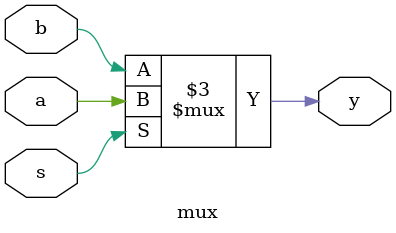
<source format=v>
module mux(a,b,s,y);
input wire a,b,s;
output reg y;
always@(a or b or s)
begin
if(s)
y=a;
else
y=b;
end
endmodule
</source>
